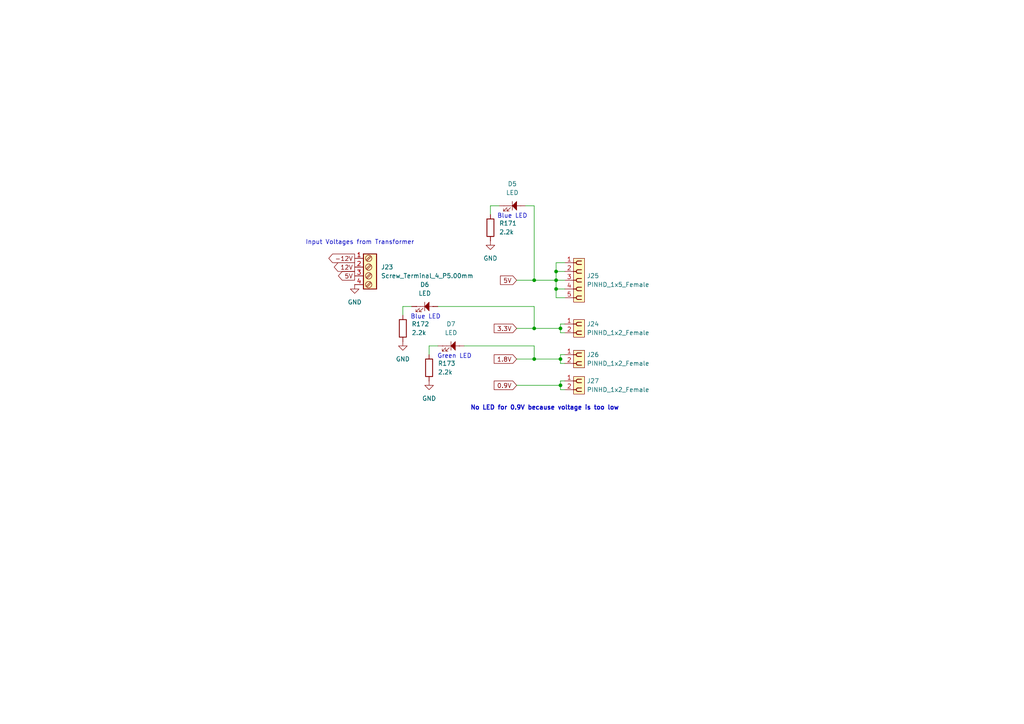
<source format=kicad_sch>
(kicad_sch (version 20231120) (generator "eeschema") (generator_version "8.0")
  (paper "A4")
  (title_block (company "Michael Meyers"))
  (lib_symbols
    (symbol "Device:R" (pin_numbers hide) (pin_names (offset 0))
      (property "Reference" "R" (at 2.032 0 90))
      (property "Value" "R" (at 0 0 90))
      (symbol "R_0_1"
        (rectangle (start -1.016 -2.54) (end 1.016 2.54) (stroke (width 0.254)))
      )
      (symbol "R_1_1"
        (pin passive line (at 0 3.81 270) (length 1.27) (name "~") (number "1"))
        (pin passive line (at 0 -3.81 90) (length 1.27) (name "~") (number "2"))
      )
    )
    (symbol "PCM_SL_Devices:LED"
      (property "Reference" "D" (at -0.508 5.334 0))
      (property "Value" "LED" (at -0.508 2.794 0))
      (symbol "LED_0_1"
        (polyline (pts (xy -1.27 0) (xy -2.54 0)))
        (polyline (pts (xy 0 1.27) (xy 0 -1.27)))
        (polyline (pts (xy 0.508 0.508) (xy 1.524 1.524)))
        (polyline (pts (xy 1.27 0) (xy 2.54 0)))
        (polyline (pts (xy 1.524 0.508) (xy 2.54 1.524)))
        (polyline (pts (xy 1.524 1.524) (xy 0.889 1.524)))
        (polyline (pts (xy 1.524 1.524) (xy 1.524 0.889)))
        (polyline (pts (xy 2.54 1.524) (xy 1.905 1.524)))
        (polyline (pts (xy 2.54 1.524) (xy 2.54 0.889)))
        (polyline (pts (xy 0 0) (xy -1.27 -1.27) (xy -1.27 1.27) (xy 0 0) (xy 1.27 0)) (fill (type outline)))
      )
      (symbol "LED_1_1"
        (pin passive line (at 3.81 0 180) (length 1.5) (name "~") (number "1"))
        (pin passive line (at -3.81 0 0) (length 1.5) (name "") (number "2"))
      )
    )
    (symbol "PCM_SL_Pin_Headers:PINHD_1x2_Female"
      (property "Reference" "J" (at 0 7.62 0))
      (property "Value" "PINHD_1x2_Female" (at 0 5.08 0))
      (symbol "PINHD_1x2_Female_0_1"
        (rectangle (start -1.27 2.54) (end 1.905 -2.54) (fill (type background)))
        (arc (start -0.508 -1.27) (mid -0.3592 -1.6292) (end 0 -1.778) (stroke (width 0.25)))
        (arc (start -0.508 1.27) (mid -0.3592 0.9108) (end 0 0.762) (stroke (width 0.25)))
        (arc (start 0 -0.762) (mid -0.3592 -0.9108) (end -0.508 -1.27) (stroke (width 0.25)))
        (polyline (pts (xy -1.27 -1.27) (xy -0.508 -1.27)) (stroke (width 0.25)))
        (polyline (pts (xy -1.27 1.27) (xy -0.508 1.27)) (stroke (width 0.25)))
        (polyline (pts (xy 0 -1.778) (xy 1.016 -1.778)) (stroke (width 0.25)))
        (polyline (pts (xy 0 -0.762) (xy 1.016 -0.762)) (stroke (width 0.25)))
        (polyline (pts (xy 0 0.762) (xy 1.016 0.762)) (stroke (width 0.25)))
        (polyline (pts (xy 0 1.778) (xy 1.016 1.778)) (stroke (width 0.25)))
        (arc (start 0 1.778) (mid -0.3592 1.6292) (end -0.508 1.27) (stroke (width 0.25)))
      )
      (symbol "PINHD_1x2_Female_1_1"
        (pin passive line (at -3.81 1.27 0) (length 2.54) (name "") (number "1"))
        (pin passive line (at -3.81 -1.27 0) (length 2.54) (name "") (number "2"))
      )
    )
    (symbol "PCM_SL_Pin_Headers:PINHD_1x5_Female"
      (property "Reference" "J" (at 0 11.43 0))
      (property "Value" "PINHD_1x5_Female" (at 0 8.89 0))
      (symbol "PINHD_1x5_Female_0_1"
        (rectangle (start -1.27 6.35) (end 1.905 -6.35) (fill (type background)))
        (arc (start -0.508 -5.08) (mid -0.3592 -5.4392) (end 0 -5.588) (stroke (width 0.25)))
        (arc (start -0.508 -2.54) (mid -0.3592 -2.8992) (end 0 -3.048) (stroke (width 0.25)))
        (arc (start -0.508 0) (mid -0.3592 -0.3592) (end 0 -0.508) (stroke (width 0.25)))
        (arc (start -0.508 2.54) (mid -0.3592 2.1808) (end 0 2.032) (stroke (width 0.25)))
        (arc (start -0.508 5.08) (mid -0.3592 4.7208) (end 0 4.572) (stroke (width 0.25)))
        (arc (start 0 -4.572) (mid -0.3592 -4.7208) (end -0.508 -5.08) (stroke (width 0.25)))
        (arc (start 0 -2.032) (mid -0.3592 -2.1808) (end -0.508 -2.54) (stroke (width 0.25)))
        (polyline (pts (xy -1.27 -5.08) (xy -0.508 -5.08)) (stroke (width 0.25)))
        (polyline (pts (xy -1.27 -2.54) (xy -0.508 -2.54)) (stroke (width 0.25)))
        (polyline (pts (xy -1.27 0) (xy -0.508 0)) (stroke (width 0.25)))
        (polyline (pts (xy -1.27 2.54) (xy -0.508 2.54)) (stroke (width 0.25)))
        (polyline (pts (xy -1.27 5.08) (xy -0.508 5.08)) (stroke (width 0.25)))
        (polyline (pts (xy 0 -5.588) (xy 1.016 -5.588)) (stroke (width 0.25)))
        (polyline (pts (xy 0 -4.572) (xy 1.016 -4.572)) (stroke (width 0.25)))
        (polyline (pts (xy 0 -3.048) (xy 1.016 -3.048)) (stroke (width 0.25)))
        (polyline (pts (xy 0 -2.032) (xy 1.016 -2.032)) (stroke (width 0.25)))
        (polyline (pts (xy 0 -0.508) (xy 1.016 -0.508)) (stroke (width 0.25)))
        (polyline (pts (xy 0 0.508) (xy 1.016 0.508)) (stroke (width 0.25)))
        (polyline (pts (xy 0 2.032) (xy 1.016 2.032)) (stroke (width 0.25)))
        (polyline (pts (xy 0 3.048) (xy 1.016 3.048)) (stroke (width 0.25)))
        (polyline (pts (xy 0 4.572) (xy 1.016 4.572)) (stroke (width 0.25)))
        (polyline (pts (xy 0 5.588) (xy 1.016 5.588)) (stroke (width 0.25)))
        (arc (start 0 0.508) (mid -0.3592 0.3592) (end -0.508 0) (stroke (width 0.25)))
        (arc (start 0 3.048) (mid -0.3592 2.8992) (end -0.508 2.54) (stroke (width 0.25)))
        (arc (start 0 5.588) (mid -0.3592 5.4392) (end -0.508 5.08) (stroke (width 0.25)))
      )
      (symbol "PINHD_1x5_Female_1_1"
        (pin passive line (at -3.81 5.08 0) (length 2.54) (name "") (number "1"))
        (pin passive line (at -3.81 2.54 0) (length 2.54) (name "") (number "2"))
        (pin passive line (at -3.81 0 0) (length 2.54) (name "") (number "3"))
        (pin passive line (at -3.81 -2.54 0) (length 2.54) (name "") (number "4"))
        (pin passive line (at -3.81 -5.08 0) (length 2.54) (name "") (number "5"))
      )
    )
    (symbol "PCM_SL_Screw_Terminal:Screw_Terminal_4_P5.00mm"
      (property "Reference" "J" (at 0 6.35 0))
      (property "Value" "Screw_Terminal_4_P5.00mm" (at 1.27 -6.35 0))
      (symbol "Screw_Terminal_4_P5.00mm_0_1"
        (rectangle (start -1.27 5.08) (end 2.54 -5.08) (stroke (width 0.3)) (fill (type background)))
        (polyline (pts (xy -0.254 -4.572) (xy 1.016 -3.302)))
        (polyline (pts (xy -0.254 -2.032) (xy 1.016 -0.762)))
        (polyline (pts (xy -0.254 0.508) (xy 1.016 1.778)))
        (polyline (pts (xy -0.254 3.048) (xy 1.016 4.318)))
        (polyline (pts (xy 0 -3.81) (xy -0.508 -4.318) (xy 0.762 -3.048)))
        (polyline (pts (xy 0 -1.27) (xy -0.508 -1.778) (xy 0.762 -0.508)))
        (polyline (pts (xy 0 1.27) (xy -0.508 0.762) (xy 0.762 2.032)))
        (polyline (pts (xy 0 3.81) (xy -0.508 3.302) (xy 0.762 4.572)))
        (circle (center 0.254 -3.81) (radius 0.9158))
        (circle (center 0.254 -1.27) (radius 0.9158))
        (circle (center 0.254 1.27) (radius 0.9158))
        (circle (center 0.254 3.81) (radius 0.9158))
      )
      (symbol "Screw_Terminal_4_P5.00mm_1_1"
        (pin passive line (at -3.81 3.81 0) (length 2.54) (name "") (number "1"))
        (pin passive line (at -3.81 1.27 0) (length 2.54) (name "") (number "2"))
        (pin passive line (at -3.81 -1.27 0) (length 2.54) (name "") (number "3"))
        (pin passive line (at -3.81 -3.81 0) (length 2.54) (name "") (number "4"))
      )
    )
    (symbol "power:GND" (power) (pin_numbers hide) (pin_names (offset 0) hide)
      (property "Value" "GND" (at 0 -3.81 0))
      (symbol "GND_0_1"
        (polyline (pts (xy 0 0) (xy 0 -1.27) (xy 1.27 -1.27) (xy 0 -2.54) (xy -1.27 -1.27) (xy 0 -1.27)))
      )
      (symbol "GND_1_1"
        (pin power_in line (at 0 0 270) (length 0) (name "~") (number "1"))
      )
    )
  )
  (junction (at 162.56 95.25))
  (junction (at 161.29 78.74))
  (junction (at 161.29 83.82))
  (junction (at 162.56 104.14))
  (junction (at 162.56 111.76))
  (junction (at 154.94 95.25))
  (junction (at 154.94 104.14))
  (junction (at 161.29 81.28))
  (junction (at 154.94 81.28))
  (wire (pts (xy 162.56 96.52) (xy 162.56 95.25)))
  (wire (pts (xy 154.94 81.28) (xy 161.29 81.28)))
  (wire (pts (xy 161.29 78.74) (xy 161.29 76.2)))
  (wire (pts (xy 124.46 100.33) (xy 124.46 102.87)))
  (wire (pts (xy 161.29 78.74) (xy 163.83 78.74)))
  (wire (pts (xy 161.29 76.2) (xy 163.83 76.2)))
  (wire (pts (xy 161.29 83.82) (xy 161.29 81.28)))
  (wire (pts (xy 161.29 86.36) (xy 161.29 83.82)))
  (wire (pts (xy 149.86 95.25) (xy 154.94 95.25)))
  (wire (pts (xy 127 88.9) (xy 154.94 88.9)))
  (wire (pts (xy 149.86 104.14) (xy 154.94 104.14)))
  (wire (pts (xy 162.56 95.25) (xy 162.56 93.98)))
  (wire (pts (xy 154.94 95.25) (xy 162.56 95.25)))
  (wire (pts (xy 163.83 86.36) (xy 161.29 86.36)))
  (wire (pts (xy 163.83 105.41) (xy 162.56 105.41)))
  (wire (pts (xy 119.38 88.9) (xy 116.84 88.9)))
  (wire (pts (xy 162.56 105.41) (xy 162.56 104.14)))
  (wire (pts (xy 127 100.33) (xy 124.46 100.33)))
  (wire (pts (xy 162.56 102.87) (xy 163.83 102.87)))
  (wire (pts (xy 162.56 93.98) (xy 163.83 93.98)))
  (wire (pts (xy 161.29 81.28) (xy 161.29 78.74)))
  (wire (pts (xy 134.62 100.33) (xy 154.94 100.33)))
  (wire (pts (xy 162.56 104.14) (xy 162.56 102.87)))
  (wire (pts (xy 162.56 113.03) (xy 162.56 111.76)))
  (wire (pts (xy 149.86 111.76) (xy 162.56 111.76)))
  (wire (pts (xy 144.78 59.69) (xy 142.24 59.69)))
  (wire (pts (xy 116.84 88.9) (xy 116.84 91.44)))
  (wire (pts (xy 152.4 59.69) (xy 154.94 59.69)))
  (wire (pts (xy 161.29 81.28) (xy 163.83 81.28)))
  (wire (pts (xy 142.24 59.69) (xy 142.24 62.23)))
  (wire (pts (xy 163.83 83.82) (xy 161.29 83.82)))
  (wire (pts (xy 162.56 110.49) (xy 163.83 110.49)))
  (wire (pts (xy 154.94 104.14) (xy 162.56 104.14)))
  (wire (pts (xy 154.94 88.9) (xy 154.94 95.25)))
  (wire (pts (xy 163.83 96.52) (xy 162.56 96.52)))
  (wire (pts (xy 149.86 81.28) (xy 154.94 81.28)))
  (wire (pts (xy 162.56 111.76) (xy 162.56 110.49)))
  (wire (pts (xy 154.94 100.33) (xy 154.94 104.14)))
  (wire (pts (xy 163.83 113.03) (xy 162.56 113.03)))
  (wire (pts (xy 154.94 59.69) (xy 154.94 81.28)))
  (text "Input Voltages from Transformer" (at 104.394 70.358 0) (effects (font (size 1.27 1.27))))
  (text "No LED for 0.9V because voltage is too low" (at 157.988 118.364 0) (effects (font (size 1.27 1.27) (thickness 0.254) (bold yes))))
  (text "Blue LED" (at 123.444 91.948 0) (effects (font (size 1.27 1.27))))
  (text "Green LED" (at 131.826 103.378 0) (effects (font (size 1.27 1.27))))
  (text "Blue LED" (at 148.59 62.738 0) (effects (font (size 1.27 1.27))))
  (global_label "3.3V" (shape input) (at 149.86 95.25 180) (property "Intersheetrefs" "${INTERSHEET_REFS}" (effects (hide yes))))
  (global_label "1.8V" (shape input) (at 149.86 104.14 180) (property "Intersheetrefs" "${INTERSHEET_REFS}" (effects (hide yes))))
  (global_label "5V" (shape output) (at 102.87 80.01 180) (property "Intersheetrefs" "${INTERSHEET_REFS}" (effects (hide yes))))
  (global_label "5V" (shape input) (at 149.86 81.28 180) (property "Intersheetrefs" "${INTERSHEET_REFS}" (effects (hide yes))))
  (global_label "0.9V" (shape input) (at 149.86 111.76 180) (property "Intersheetrefs" "${INTERSHEET_REFS}" (effects (hide yes))))
  (global_label "-12V" (shape output) (at 102.87 74.93 180) (property "Intersheetrefs" "${INTERSHEET_REFS}" (effects (hide yes))))
  (global_label "12V" (shape output) (at 102.87 77.47 180) (property "Intersheetrefs" "${INTERSHEET_REFS}" (effects (hide yes))))
  (symbol (lib_id "Device:R") (at 116.84 95.25 0) (unit 1) (on_board no)
    (property "Reference" "R172" (at 119.38 93.9799 0) (effects (justify left)))
    (property "Value" "2.2k" (at 119.38 96.5199 0) (effects (justify left)))
    (property "Footprint" "Resistor_SMD:R_0805_2012Metric" (effects (hide yes)))
    (property "Description" "Resistor" (effects (hide yes)))
  )
  (symbol (lib_id "power:GND") (at 142.24 69.85 0) (unit 1) (on_board no)
    (property "Reference" "#PWR0227" (effects (hide yes)))
    (property "Value" "GND" (at 142.24 74.93 0))
    (property "Description" "Power symbol creates a global label with name \"GND\" , ground" (effects (hide yes)))
  )
  (symbol (lib_id "PCM_SL_Devices:LED") (at 148.59 59.69 180) (unit 1) (on_board no)
    (property "Reference" "D5" (at 148.59 53.34 0))
    (property "Value" "LED" (at 148.59 55.88 0))
    (property "Footprint" "LED_SMD:LED_0201_0603Metric" (effects (hide yes)))
    (property "Datasheet" "https://www.we-online.com/components/products/datasheet/150060BS75000.pdf" (effects (hide yes)))
    (property "Description" "Common 5mm diameter LED" (effects (hide yes)))
  )
  (symbol (lib_id "power:GND") (at 102.87 82.55 0) (unit 1) (on_board no)
    (property "Reference" "#PWR0218" (effects (hide yes)))
    (property "Value" "GND" (at 102.87 87.63 0))
    (property "Description" "Power symbol creates a global label with name \"GND\" , ground" (effects (hide yes)))
  )
  (symbol (lib_id "PCM_SL_Pin_Headers:PINHD_1x2_Female") (at 167.64 104.14 0) (unit 1) (on_board no)
    (property "Reference" "J26" (at 170.18 102.8699 0) (effects (justify left)))
    (property "Value" "PINHD_1x2_Female" (at 170.18 105.4099 0) (effects (justify left)))
    (property "Footprint" "Connector_PinSocket_2.54mm:PinSocket_1x02_P2.54mm_Vertical" (effects (hide yes)))
    (property "Description" "Pin Header female with pin space 2.54mm. Pin Count -2" (effects (hide yes)))
  )
  (symbol (lib_id "PCM_SL_Pin_Headers:PINHD_1x2_Female") (at 167.64 111.76 0) (unit 1) (on_board no)
    (property "Reference" "J27" (at 170.18 110.4899 0) (effects (justify left)))
    (property "Value" "PINHD_1x2_Female" (at 170.18 113.0299 0) (effects (justify left)))
    (property "Footprint" "Connector_PinSocket_2.54mm:PinSocket_1x02_P2.54mm_Vertical" (effects (hide yes)))
    (property "Description" "Pin Header female with pin space 2.54mm. Pin Count -2" (effects (hide yes)))
  )
  (symbol (lib_id "PCM_SL_Pin_Headers:PINHD_1x2_Female") (at 167.64 95.25 0) (unit 1) (on_board no)
    (property "Reference" "J24" (at 170.18 93.9799 0) (effects (justify left)))
    (property "Value" "PINHD_1x2_Female" (at 170.18 96.5199 0) (effects (justify left)))
    (property "Footprint" "Connector_PinSocket_2.54mm:PinSocket_1x02_P2.54mm_Vertical" (effects (hide yes)))
    (property "Description" "Pin Header female with pin space 2.54mm. Pin Count -2" (effects (hide yes)))
  )
  (symbol (lib_id "Device:R") (at 142.24 66.04 0) (unit 1) (on_board no)
    (property "Reference" "R171" (at 144.78 64.7699 0) (effects (justify left)))
    (property "Value" "2.2k" (at 144.78 67.3099 0) (effects (justify left)))
    (property "Footprint" "Resistor_SMD:R_0805_2012Metric" (effects (hide yes)))
    (property "Description" "Resistor" (effects (hide yes)))
  )
  (symbol (lib_id "power:GND") (at 124.46 110.49 0) (unit 1) (on_board no)
    (property "Reference" "#PWR0229" (effects (hide yes)))
    (property "Value" "GND" (at 124.46 115.57 0))
    (property "Description" "Power symbol creates a global label with name \"GND\" , ground" (effects (hide yes)))
  )
  (symbol (lib_id "PCM_SL_Pin_Headers:PINHD_1x5_Female") (at 167.64 81.28 0) (unit 1) (on_board no)
    (property "Reference" "J25" (at 170.18 80.0099 0) (effects (justify left)))
    (property "Value" "PINHD_1x5_Female" (at 170.18 82.5499 0) (effects (justify left)))
    (property "Footprint" "Connector_PinSocket_2.54mm:PinSocket_1x05_P2.54mm_Vertical" (effects (hide yes)))
    (property "Description" "Pin Header female with pin space 2.54mm. Pin Count -5" (effects (hide yes)))
  )
  (symbol (lib_id "PCM_SL_Screw_Terminal:Screw_Terminal_4_P5.00mm") (at 106.68 78.74 0) (unit 1) (on_board no)
    (property "Reference" "J23" (at 110.49 77.4699 0) (effects (justify left)))
    (property "Value" "Screw_Terminal_4_P5.00mm" (at 110.49 80.0099 0) (effects (justify left)))
    (property "Footprint" "TerminalBlock_Phoenix:TerminalBlock_Phoenix_PT-1,5-4-5.0-H_1x04_P5.00mm_Horizontal" (effects (hide yes)))
  )
  (symbol (lib_id "PCM_SL_Devices:LED") (at 130.81 100.33 180) (unit 1) (on_board no)
    (property "Reference" "D7" (at 130.81 93.98 0))
    (property "Value" "LED" (at 130.81 96.52 0))
    (property "Footprint" "LED_SMD:LED_0201_0603Metric" (effects (hide yes)))
    (property "Datasheet" "https://www.mouser.com/datasheet/2/180/IN_S21AT5R_V1_0-2001085.pdf" (effects (hide yes)))
    (property "Description" "Common 5mm diameter LED" (effects (hide yes)))
  )
  (symbol (lib_id "PCM_SL_Devices:LED") (at 123.19 88.9 180) (unit 1) (on_board no)
    (property "Reference" "D6" (at 123.19 82.55 0))
    (property "Value" "LED" (at 123.19 85.09 0))
    (property "Footprint" "LED_SMD:LED_0201_0603Metric" (effects (hide yes)))
    (property "Datasheet" "https://www.we-online.com/components/products/datasheet/150060BS75000.pdf" (effects (hide yes)))
    (property "Description" "Common 5mm diameter LED" (effects (hide yes)))
  )
  (symbol (lib_id "Device:R") (at 124.46 106.68 0) (unit 1) (on_board no)
    (property "Reference" "R173" (at 127 105.4099 0) (effects (justify left)))
    (property "Value" "2.2k" (at 127 107.9499 0) (effects (justify left)))
    (property "Footprint" "Resistor_SMD:R_0805_2012Metric" (effects (hide yes)))
    (property "Description" "Resistor" (effects (hide yes)))
  )
  (symbol (lib_id "power:GND") (at 116.84 99.06 0) (unit 1) (on_board no)
    (property "Reference" "#PWR0228" (effects (hide yes)))
    (property "Value" "GND" (at 116.84 104.14 0))
    (property "Description" "Power symbol creates a global label with name \"GND\" , ground" (effects (hide yes)))
  )
)
</source>
